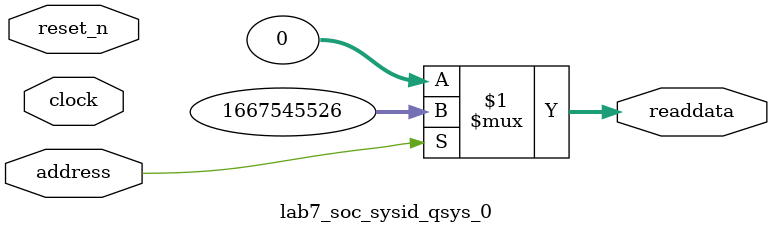
<source format=v>



// synthesis translate_off
`timescale 1ns / 1ps
// synthesis translate_on

// turn off superfluous verilog processor warnings 
// altera message_level Level1 
// altera message_off 10034 10035 10036 10037 10230 10240 10030 

module lab7_soc_sysid_qsys_0 (
               // inputs:
                address,
                clock,
                reset_n,

               // outputs:
                readdata
             )
;

  output  [ 31: 0] readdata;
  input            address;
  input            clock;
  input            reset_n;

  wire    [ 31: 0] readdata;
  //control_slave, which is an e_avalon_slave
  assign readdata = address ? 1667545526 : 0;

endmodule



</source>
